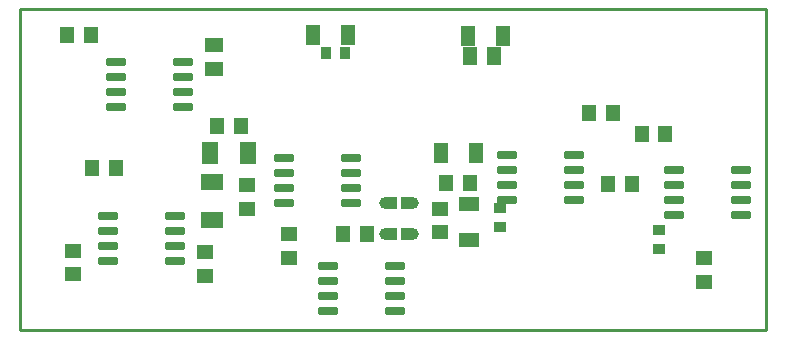
<source format=gtp>
G04*
G04 #@! TF.GenerationSoftware,Altium Limited,Altium Designer,21.5.1 (32)*
G04*
G04 Layer_Color=8421504*
%FSLAX25Y25*%
%MOIN*%
G70*
G04*
G04 #@! TF.SameCoordinates,8A425D5F-BF34-4987-8E10-FF1777C96443*
G04*
G04*
G04 #@! TF.FilePolarity,Positive*
G04*
G01*
G75*
%ADD16C,0.01000*%
G04:AMPARAMS|DCode=17|XSize=25.59mil|YSize=64.96mil|CornerRadius=1.92mil|HoleSize=0mil|Usage=FLASHONLY|Rotation=90.000|XOffset=0mil|YOffset=0mil|HoleType=Round|Shape=RoundedRectangle|*
%AMROUNDEDRECTD17*
21,1,0.02559,0.06112,0,0,90.0*
21,1,0.02175,0.06496,0,0,90.0*
1,1,0.00384,0.03056,0.01088*
1,1,0.00384,0.03056,-0.01088*
1,1,0.00384,-0.03056,-0.01088*
1,1,0.00384,-0.03056,0.01088*
%
%ADD17ROUNDEDRECTD17*%
%ADD18R,0.05709X0.04724*%
%ADD19R,0.03937X0.03543*%
%ADD20R,0.04724X0.05709*%
%ADD21R,0.03937X0.03937*%
%ADD22C,0.03937*%
%ADD23R,0.07087X0.04528*%
%ADD24R,0.04528X0.07087*%
%ADD25R,0.05118X0.06102*%
%ADD26R,0.05315X0.07480*%
%ADD27R,0.07480X0.05315*%
%ADD28R,0.06102X0.05118*%
%ADD29R,0.03543X0.03937*%
D16*
X0Y-107106D02*
Y0D01*
X248500D01*
Y-107106D02*
Y0D01*
X0Y-107106D02*
X248500D01*
D17*
X29378Y-69000D02*
D03*
Y-74000D02*
D03*
Y-79000D02*
D03*
Y-84000D02*
D03*
X51622Y-69000D02*
D03*
Y-74000D02*
D03*
Y-79000D02*
D03*
Y-84000D02*
D03*
X217878Y-53500D02*
D03*
Y-58500D02*
D03*
Y-63500D02*
D03*
Y-68500D02*
D03*
X240122Y-53500D02*
D03*
Y-58500D02*
D03*
Y-63500D02*
D03*
Y-68500D02*
D03*
X162378Y-48500D02*
D03*
Y-53500D02*
D03*
Y-58500D02*
D03*
Y-63500D02*
D03*
X184622Y-48500D02*
D03*
Y-53500D02*
D03*
Y-58500D02*
D03*
Y-63500D02*
D03*
X110244Y-64500D02*
D03*
Y-59500D02*
D03*
Y-54500D02*
D03*
Y-49500D02*
D03*
X88000Y-64500D02*
D03*
Y-59500D02*
D03*
Y-54500D02*
D03*
Y-49500D02*
D03*
X125000Y-100500D02*
D03*
Y-95500D02*
D03*
Y-90500D02*
D03*
Y-85500D02*
D03*
X102756Y-100500D02*
D03*
Y-95500D02*
D03*
Y-90500D02*
D03*
Y-85500D02*
D03*
X54122Y-32500D02*
D03*
Y-27500D02*
D03*
Y-22500D02*
D03*
Y-17500D02*
D03*
X31878Y-32500D02*
D03*
Y-27500D02*
D03*
Y-22500D02*
D03*
Y-17500D02*
D03*
D18*
X228000Y-83063D02*
D03*
Y-90937D02*
D03*
X140000Y-66563D02*
D03*
Y-74437D02*
D03*
X17500Y-88437D02*
D03*
Y-80563D02*
D03*
X89500Y-83000D02*
D03*
Y-75126D02*
D03*
X75500Y-58626D02*
D03*
Y-66500D02*
D03*
X61500Y-88937D02*
D03*
Y-81063D02*
D03*
D19*
X213000Y-73756D02*
D03*
Y-80055D02*
D03*
X160000Y-66201D02*
D03*
Y-72500D02*
D03*
D20*
X196063Y-58201D02*
D03*
X203937D02*
D03*
X189563Y-34500D02*
D03*
X197437D02*
D03*
X207126Y-41500D02*
D03*
X215000D02*
D03*
X149874Y-58000D02*
D03*
X142000D02*
D03*
X24063Y-53000D02*
D03*
X31937D02*
D03*
X23437Y-8500D02*
D03*
X15563D02*
D03*
X115437Y-75126D02*
D03*
X107563D02*
D03*
X73437Y-39000D02*
D03*
X65563D02*
D03*
D21*
X123500Y-64500D02*
D03*
X129000D02*
D03*
Y-75126D02*
D03*
X123500D02*
D03*
D22*
X121500Y-64500D02*
D03*
X131000D02*
D03*
Y-75126D02*
D03*
X121500D02*
D03*
D23*
X149500Y-65095D02*
D03*
Y-76906D02*
D03*
D24*
X151906Y-48000D02*
D03*
X140094D02*
D03*
X149094Y-9000D02*
D03*
X160906D02*
D03*
X97594Y-8500D02*
D03*
X109406D02*
D03*
D25*
X150000Y-15500D02*
D03*
X157874D02*
D03*
D26*
X75799Y-48000D02*
D03*
X63201D02*
D03*
D27*
X64000Y-57701D02*
D03*
Y-70299D02*
D03*
D28*
X64500Y-19937D02*
D03*
Y-12063D02*
D03*
D29*
X108150Y-14500D02*
D03*
X101850D02*
D03*
M02*

</source>
